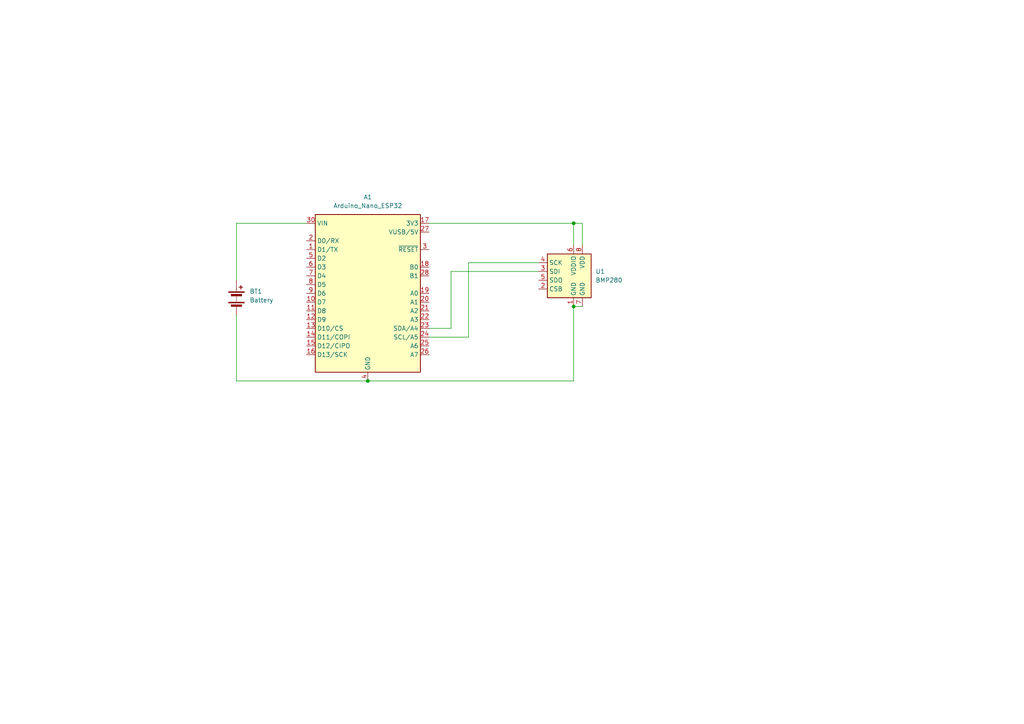
<source format=kicad_sch>
(kicad_sch (version 20250114) (generator "eeschema") (generator_version "9.0")
  (paper "A4")
  (lib_symbols
    (symbol "Device:Battery" (pin_numbers (hide yes)) (pin_names (offset 0) (hide yes))
      (property "Reference" "BT" (at 2.54 2.54 0))
      (property "Value" "Battery" (at 2.54 0 0))
      (symbol "Battery_0_1"
        (rectangle (start -2.286 1.778) (end 2.286 1.524) (fill (type outline)))
        (rectangle (start -2.286 -1.27) (end 2.286 -1.524) (fill (type outline)))
        (rectangle (start -1.524 1.016) (end 1.524 0.508) (fill (type outline)))
        (rectangle (start -1.524 -2.032) (end 1.524 -2.54) (fill (type outline)))
        (polyline (pts (xy 0 1.778) (xy 0 2.54)))
        (polyline (pts (xy 0 0) (xy 0 0.254)))
        (polyline (pts (xy 0 -0.508) (xy 0 -0.254)))
        (polyline (pts (xy 0 -1.016) (xy 0 -0.762)))
        (polyline (pts (xy 0.762 3.048) (xy 1.778 3.048)) (stroke (width 0.254)))
        (polyline (pts (xy 1.27 3.556) (xy 1.27 2.54)) (stroke (width 0.254)))
      )
      (symbol "Battery_1_1"
        (pin passive line (at 0 5.08 270) (length 2.54) (name "+") (number "1"))
        (pin passive line (at 0 -5.08 90) (length 2.54) (name "-") (number "2"))
      )
    )
    (symbol "MCU_Module:Arduino_Nano_ESP32"
      (property "Reference" "A" (at -14.986 23.622 0))
      (property "Value" "Arduino_Nano_ESP32" (at 3.81 -25.654 0))
      (symbol "Arduino_Nano_ESP32_0_1"
        (rectangle (start -15.24 22.86) (end 15.24 -22.86) (stroke (width 0.254)) (fill (type background)))
      )
      (symbol "Arduino_Nano_ESP32_1_1"
        (pin power_in line (at -17.78 20.32 0) (length 2.54) (name "VIN") (number "30"))
        (pin bidirectional line (at -17.78 15.24 0) (length 2.54) (name "D0/RX") (number "2"))
        (pin bidirectional line (at -17.78 12.7 0) (length 2.54) (name "D1/TX") (number "1"))
        (pin bidirectional line (at -17.78 10.16 0) (length 2.54) (name "D2") (number "5"))
        (pin bidirectional line (at -17.78 7.62 0) (length 2.54) (name "D3") (number "6"))
        (pin bidirectional line (at -17.78 5.08 0) (length 2.54) (name "D4") (number "7"))
        (pin bidirectional line (at -17.78 2.54 0) (length 2.54) (name "D5") (number "8"))
        (pin bidirectional line (at -17.78 0 0) (length 2.54) (name "D6") (number "9"))
        (pin bidirectional line (at -17.78 -2.54 0) (length 2.54) (name "D7") (number "10"))
        (pin bidirectional line (at -17.78 -5.08 0) (length 2.54) (name "D8") (number "11"))
        (pin bidirectional line (at -17.78 -7.62 0) (length 2.54) (name "D9") (number "12"))
        (pin bidirectional line (at -17.78 -10.16 0) (length 2.54) (name "D10/CS") (number "13"))
        (pin bidirectional line (at -17.78 -12.7 0) (length 2.54) (name "D11/COPI") (number "14"))
        (pin bidirectional line (at -17.78 -15.24 0) (length 2.54) (name "D12/CIPO") (number "15"))
        (pin bidirectional line (at -17.78 -17.78 0) (length 2.54) (name "D13/SCK") (number "16"))
        (pin passive line (at 0 -25.4 90) (length 2.54) (hide yes) (name "GND") (number "29"))
        (pin power_in line (at 0 -25.4 90) (length 2.54) (name "GND") (number "4"))
        (pin power_out line (at 17.78 20.32 180) (length 2.54) (name "3V3") (number "17"))
        (pin power_out line (at 17.78 17.78 180) (length 2.54) (name "VUSB/5V") (number "27"))
        (pin input line (at 17.78 12.7 180) (length 2.54) (name "~{RESET}") (number "3"))
        (pin bidirectional line (at 17.78 7.62 180) (length 2.54) (name "B0") (number "18"))
        (pin bidirectional line (at 17.78 5.08 180) (length 2.54) (name "B1") (number "28"))
        (pin bidirectional line (at 17.78 0 180) (length 2.54) (name "A0") (number "19"))
        (pin bidirectional line (at 17.78 -2.54 180) (length 2.54) (name "A1") (number "20"))
        (pin bidirectional line (at 17.78 -5.08 180) (length 2.54) (name "A2") (number "21"))
        (pin bidirectional line (at 17.78 -7.62 180) (length 2.54) (name "A3") (number "22"))
        (pin bidirectional line (at 17.78 -10.16 180) (length 2.54) (name "SDA/A4") (number "23"))
        (pin bidirectional line (at 17.78 -12.7 180) (length 2.54) (name "SCL/A5") (number "24"))
        (pin bidirectional line (at 17.78 -15.24 180) (length 2.54) (name "A6") (number "25"))
        (pin bidirectional line (at 17.78 -17.78 180) (length 2.54) (name "A7") (number "26"))
      )
    )
    (symbol "Sensor_Pressure:BMP280"
      (property "Reference" "U" (at -7.62 10.16 0))
      (property "Value" "BMP280" (at 5.08 10.16 0))
      (symbol "BMP280_0_1"
        (rectangle (start -7.62 -5.08) (end 5.08 7.62) (stroke (width 0.254)) (fill (type background)))
      )
      (symbol "BMP280_1_1"
        (pin input line (at -10.16 5.08 0) (length 2.54) (name "SCK") (number "4"))
        (pin bidirectional line (at -10.16 2.54 0) (length 2.54) (name "SDI") (number "3"))
        (pin bidirectional line (at -10.16 0 0) (length 2.54) (name "SDO") (number "5"))
        (pin input line (at -10.16 -2.54 0) (length 2.54) (name "CSB") (number "2"))
        (pin power_in line (at 0 10.16 270) (length 2.54) (name "VDDIO") (number "6"))
        (pin power_in line (at 0 -7.62 90) (length 2.54) (name "GND") (number "1"))
        (pin power_in line (at 2.54 10.16 270) (length 2.54) (name "VDD") (number "8"))
        (pin power_in line (at 2.54 -7.62 90) (length 2.54) (name "GND") (number "7"))
      )
    )
  )
  (junction (at 166.37 64.77))
  (junction (at 166.37 88.9))
  (junction (at 106.68 110.49))
  (wire (pts (xy 106.68 110.49) (xy 68.58 110.49)))
  (wire (pts (xy 124.46 64.77) (xy 166.37 64.77)))
  (wire (pts (xy 130.81 95.25) (xy 124.46 95.25)))
  (wire (pts (xy 166.37 64.77) (xy 166.37 71.12)))
  (wire (pts (xy 156.21 76.2) (xy 135.89 76.2)))
  (wire (pts (xy 166.37 88.9) (xy 168.91 88.9)))
  (wire (pts (xy 168.91 71.12) (xy 168.91 64.77)))
  (wire (pts (xy 135.89 76.2) (xy 135.89 97.79)))
  (wire (pts (xy 156.21 78.74) (xy 130.81 78.74)))
  (wire (pts (xy 166.37 110.49) (xy 106.68 110.49)))
  (wire (pts (xy 130.81 78.74) (xy 130.81 95.25)))
  (wire (pts (xy 68.58 81.28) (xy 68.58 64.77)))
  (wire (pts (xy 166.37 88.9) (xy 166.37 110.49)))
  (wire (pts (xy 68.58 110.49) (xy 68.58 91.44)))
  (wire (pts (xy 135.89 97.79) (xy 124.46 97.79)))
  (wire (pts (xy 168.91 64.77) (xy 166.37 64.77)))
  (wire (pts (xy 68.58 64.77) (xy 88.9 64.77)))
  (symbol (lib_id "Sensor_Pressure:BMP280") (at 166.37 81.28 0) (unit 1)
    (property "Reference" "U1" (at 172.72 78.7399 0) (effects (justify left)))
    (property "Value" "BMP280" (at 172.72 81.2799 0) (effects (justify left)))
    (property "Footprint" "Package_LGA:Bosch_LGA-8_2x2.5mm_P0.65mm_ClockwisePinNumbering" (effects (hide yes)))
    (property "Datasheet" "https://ae-bst.resource.bosch.com/media/_tech/media/datasheets/BST-BMP280-DS001.pdf" (effects (hide yes)))
    (property "Description" "Absolute Barometric Pressure Sensor, LGA-8" (effects (hide yes)))
  )
  (symbol (lib_id "MCU_Module:Arduino_Nano_ESP32") (at 106.68 85.09 0) (unit 1)
    (property "Reference" "A1" (at 106.68 57.15 0))
    (property "Value" "Arduino_Nano_ESP32" (at 106.68 59.69 0))
    (property "Footprint" "Module:Arduino_Nano" (effects (hide yes)))
    (property "Datasheet" "https://docs.arduino.cc/resources/datasheets/ABX00083-datasheet.pdf" (effects (hide yes)))
    (property "Description" "Arduino Nano board based on the ESP32-S3 with a dual-core 240 MHz processor, 384 kB ROM, 512 kB SRAM. Operates at 3.3V, with 5V USB-C® input and 6-21V VIN. Features Wi-Fi®, Bluetooth® LE, digital and analog pins, and supports SPI, I2C, UART, I2S, and CAN." (effects (hide yes)))
  )
  (symbol (lib_id "Device:Battery") (at 68.58 86.36 0) (unit 1)
    (property "Reference" "BT1" (at 72.39 84.5184 0) (effects (justify left)))
    (property "Value" "Battery" (at 72.39 87.0584 0) (effects (justify left)))
    (property "Description" "Multiple-cell battery" (effects (hide yes)))
    (property "Sim.Device" "V" (effects (hide yes)))
    (property "Sim.Type" "DC" (effects (hide yes)))
    (property "Sim.Pins" "1=+ 2=-" (effects (hide yes)))
  )
)
</source>
